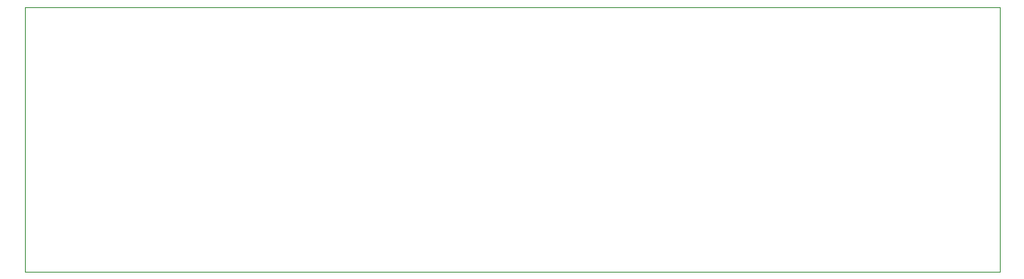
<source format=gbr>
%TF.GenerationSoftware,KiCad,Pcbnew,5.1.6*%
%TF.CreationDate,2020-10-23T20:35:42+02:00*%
%TF.ProjectId,RC2014 Real-Time Clock and IO,52433230-3134-4205-9265-616c2d54696d,rev?*%
%TF.SameCoordinates,Original*%
%TF.FileFunction,Profile,NP*%
%FSLAX46Y46*%
G04 Gerber Fmt 4.6, Leading zero omitted, Abs format (unit mm)*
G04 Created by KiCad (PCBNEW 5.1.6) date 2020-10-23 20:35:42*
%MOMM*%
%LPD*%
G01*
G04 APERTURE LIST*
%TA.AperFunction,Profile*%
%ADD10C,0.050000*%
%TD*%
G04 APERTURE END LIST*
D10*
X97231100Y-118968600D02*
X199771100Y-118968600D01*
X199771100Y-118968600D02*
X199771100Y-91038600D01*
X199771100Y-91038600D02*
X97231100Y-91038600D01*
X97231100Y-91038600D02*
X97231100Y-118968600D01*
M02*

</source>
